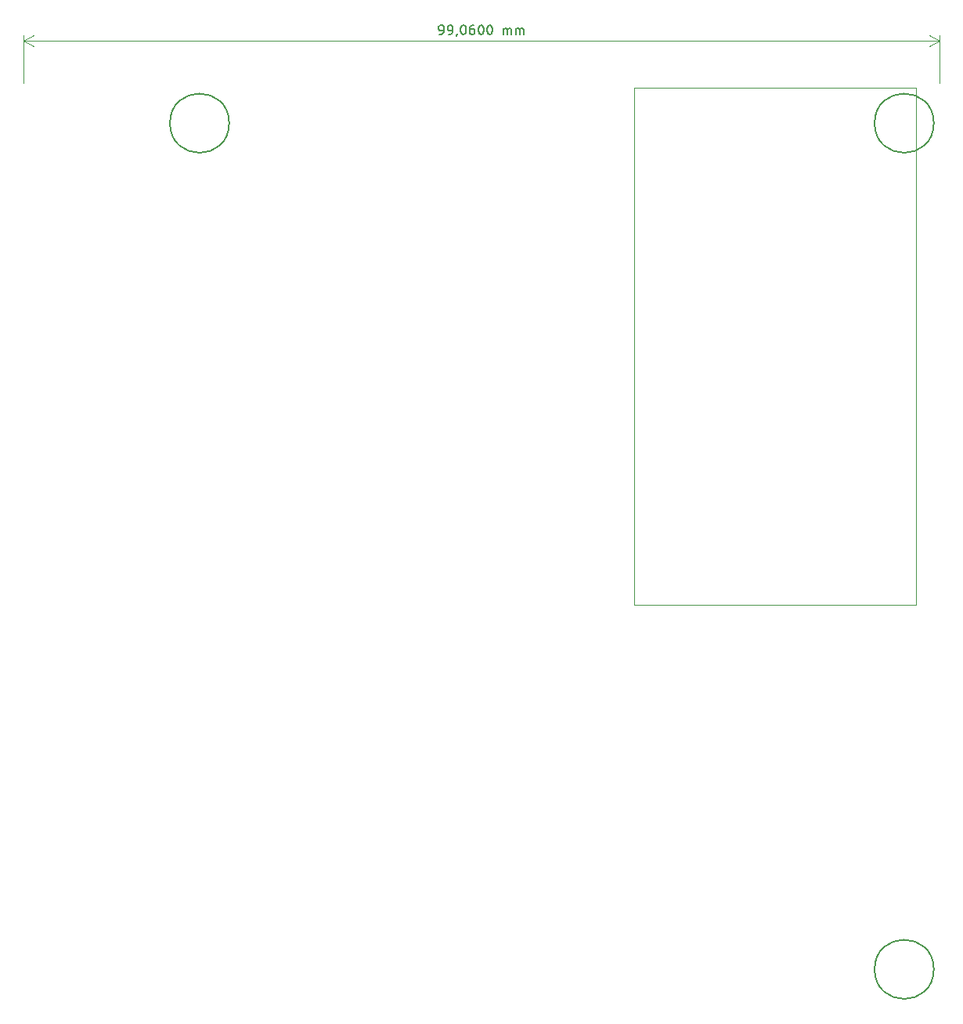
<source format=gbr>
%TF.GenerationSoftware,KiCad,Pcbnew,8.0.4-8.0.4-0~ubuntu22.04.1*%
%TF.CreationDate,2024-08-07T21:55:50+03:00*%
%TF.ProjectId,PM-RQ8,504d2d52-5138-42e6-9b69-6361645f7063,rev?*%
%TF.SameCoordinates,Original*%
%TF.FileFunction,Other,Comment*%
%FSLAX46Y46*%
G04 Gerber Fmt 4.6, Leading zero omitted, Abs format (unit mm)*
G04 Created by KiCad (PCBNEW 8.0.4-8.0.4-0~ubuntu22.04.1) date 2024-08-07 21:55:50*
%MOMM*%
%LPD*%
G01*
G04 APERTURE LIST*
%ADD10C,0.100000*%
%ADD11C,0.150000*%
G04 APERTURE END LIST*
D10*
X66040000Y0D02*
X96520000Y0D01*
X96520000Y-55880000D01*
X66040000Y-55880000D01*
X66040000Y0D01*
D11*
X45006191Y5775181D02*
X45196667Y5775181D01*
X45196667Y5775181D02*
X45291905Y5822800D01*
X45291905Y5822800D02*
X45339524Y5870420D01*
X45339524Y5870420D02*
X45434762Y6013277D01*
X45434762Y6013277D02*
X45482381Y6203753D01*
X45482381Y6203753D02*
X45482381Y6584705D01*
X45482381Y6584705D02*
X45434762Y6679943D01*
X45434762Y6679943D02*
X45387143Y6727562D01*
X45387143Y6727562D02*
X45291905Y6775181D01*
X45291905Y6775181D02*
X45101429Y6775181D01*
X45101429Y6775181D02*
X45006191Y6727562D01*
X45006191Y6727562D02*
X44958572Y6679943D01*
X44958572Y6679943D02*
X44910953Y6584705D01*
X44910953Y6584705D02*
X44910953Y6346610D01*
X44910953Y6346610D02*
X44958572Y6251372D01*
X44958572Y6251372D02*
X45006191Y6203753D01*
X45006191Y6203753D02*
X45101429Y6156134D01*
X45101429Y6156134D02*
X45291905Y6156134D01*
X45291905Y6156134D02*
X45387143Y6203753D01*
X45387143Y6203753D02*
X45434762Y6251372D01*
X45434762Y6251372D02*
X45482381Y6346610D01*
X45958572Y5775181D02*
X46149048Y5775181D01*
X46149048Y5775181D02*
X46244286Y5822800D01*
X46244286Y5822800D02*
X46291905Y5870420D01*
X46291905Y5870420D02*
X46387143Y6013277D01*
X46387143Y6013277D02*
X46434762Y6203753D01*
X46434762Y6203753D02*
X46434762Y6584705D01*
X46434762Y6584705D02*
X46387143Y6679943D01*
X46387143Y6679943D02*
X46339524Y6727562D01*
X46339524Y6727562D02*
X46244286Y6775181D01*
X46244286Y6775181D02*
X46053810Y6775181D01*
X46053810Y6775181D02*
X45958572Y6727562D01*
X45958572Y6727562D02*
X45910953Y6679943D01*
X45910953Y6679943D02*
X45863334Y6584705D01*
X45863334Y6584705D02*
X45863334Y6346610D01*
X45863334Y6346610D02*
X45910953Y6251372D01*
X45910953Y6251372D02*
X45958572Y6203753D01*
X45958572Y6203753D02*
X46053810Y6156134D01*
X46053810Y6156134D02*
X46244286Y6156134D01*
X46244286Y6156134D02*
X46339524Y6203753D01*
X46339524Y6203753D02*
X46387143Y6251372D01*
X46387143Y6251372D02*
X46434762Y6346610D01*
X46910953Y5822800D02*
X46910953Y5775181D01*
X46910953Y5775181D02*
X46863334Y5679943D01*
X46863334Y5679943D02*
X46815715Y5632324D01*
X47530000Y6775181D02*
X47625238Y6775181D01*
X47625238Y6775181D02*
X47720476Y6727562D01*
X47720476Y6727562D02*
X47768095Y6679943D01*
X47768095Y6679943D02*
X47815714Y6584705D01*
X47815714Y6584705D02*
X47863333Y6394229D01*
X47863333Y6394229D02*
X47863333Y6156134D01*
X47863333Y6156134D02*
X47815714Y5965658D01*
X47815714Y5965658D02*
X47768095Y5870420D01*
X47768095Y5870420D02*
X47720476Y5822800D01*
X47720476Y5822800D02*
X47625238Y5775181D01*
X47625238Y5775181D02*
X47530000Y5775181D01*
X47530000Y5775181D02*
X47434762Y5822800D01*
X47434762Y5822800D02*
X47387143Y5870420D01*
X47387143Y5870420D02*
X47339524Y5965658D01*
X47339524Y5965658D02*
X47291905Y6156134D01*
X47291905Y6156134D02*
X47291905Y6394229D01*
X47291905Y6394229D02*
X47339524Y6584705D01*
X47339524Y6584705D02*
X47387143Y6679943D01*
X47387143Y6679943D02*
X47434762Y6727562D01*
X47434762Y6727562D02*
X47530000Y6775181D01*
X48720476Y6775181D02*
X48530000Y6775181D01*
X48530000Y6775181D02*
X48434762Y6727562D01*
X48434762Y6727562D02*
X48387143Y6679943D01*
X48387143Y6679943D02*
X48291905Y6537086D01*
X48291905Y6537086D02*
X48244286Y6346610D01*
X48244286Y6346610D02*
X48244286Y5965658D01*
X48244286Y5965658D02*
X48291905Y5870420D01*
X48291905Y5870420D02*
X48339524Y5822800D01*
X48339524Y5822800D02*
X48434762Y5775181D01*
X48434762Y5775181D02*
X48625238Y5775181D01*
X48625238Y5775181D02*
X48720476Y5822800D01*
X48720476Y5822800D02*
X48768095Y5870420D01*
X48768095Y5870420D02*
X48815714Y5965658D01*
X48815714Y5965658D02*
X48815714Y6203753D01*
X48815714Y6203753D02*
X48768095Y6298991D01*
X48768095Y6298991D02*
X48720476Y6346610D01*
X48720476Y6346610D02*
X48625238Y6394229D01*
X48625238Y6394229D02*
X48434762Y6394229D01*
X48434762Y6394229D02*
X48339524Y6346610D01*
X48339524Y6346610D02*
X48291905Y6298991D01*
X48291905Y6298991D02*
X48244286Y6203753D01*
X49434762Y6775181D02*
X49530000Y6775181D01*
X49530000Y6775181D02*
X49625238Y6727562D01*
X49625238Y6727562D02*
X49672857Y6679943D01*
X49672857Y6679943D02*
X49720476Y6584705D01*
X49720476Y6584705D02*
X49768095Y6394229D01*
X49768095Y6394229D02*
X49768095Y6156134D01*
X49768095Y6156134D02*
X49720476Y5965658D01*
X49720476Y5965658D02*
X49672857Y5870420D01*
X49672857Y5870420D02*
X49625238Y5822800D01*
X49625238Y5822800D02*
X49530000Y5775181D01*
X49530000Y5775181D02*
X49434762Y5775181D01*
X49434762Y5775181D02*
X49339524Y5822800D01*
X49339524Y5822800D02*
X49291905Y5870420D01*
X49291905Y5870420D02*
X49244286Y5965658D01*
X49244286Y5965658D02*
X49196667Y6156134D01*
X49196667Y6156134D02*
X49196667Y6394229D01*
X49196667Y6394229D02*
X49244286Y6584705D01*
X49244286Y6584705D02*
X49291905Y6679943D01*
X49291905Y6679943D02*
X49339524Y6727562D01*
X49339524Y6727562D02*
X49434762Y6775181D01*
X50387143Y6775181D02*
X50482381Y6775181D01*
X50482381Y6775181D02*
X50577619Y6727562D01*
X50577619Y6727562D02*
X50625238Y6679943D01*
X50625238Y6679943D02*
X50672857Y6584705D01*
X50672857Y6584705D02*
X50720476Y6394229D01*
X50720476Y6394229D02*
X50720476Y6156134D01*
X50720476Y6156134D02*
X50672857Y5965658D01*
X50672857Y5965658D02*
X50625238Y5870420D01*
X50625238Y5870420D02*
X50577619Y5822800D01*
X50577619Y5822800D02*
X50482381Y5775181D01*
X50482381Y5775181D02*
X50387143Y5775181D01*
X50387143Y5775181D02*
X50291905Y5822800D01*
X50291905Y5822800D02*
X50244286Y5870420D01*
X50244286Y5870420D02*
X50196667Y5965658D01*
X50196667Y5965658D02*
X50149048Y6156134D01*
X50149048Y6156134D02*
X50149048Y6394229D01*
X50149048Y6394229D02*
X50196667Y6584705D01*
X50196667Y6584705D02*
X50244286Y6679943D01*
X50244286Y6679943D02*
X50291905Y6727562D01*
X50291905Y6727562D02*
X50387143Y6775181D01*
X51910953Y5775181D02*
X51910953Y6441848D01*
X51910953Y6346610D02*
X51958572Y6394229D01*
X51958572Y6394229D02*
X52053810Y6441848D01*
X52053810Y6441848D02*
X52196667Y6441848D01*
X52196667Y6441848D02*
X52291905Y6394229D01*
X52291905Y6394229D02*
X52339524Y6298991D01*
X52339524Y6298991D02*
X52339524Y5775181D01*
X52339524Y6298991D02*
X52387143Y6394229D01*
X52387143Y6394229D02*
X52482381Y6441848D01*
X52482381Y6441848D02*
X52625238Y6441848D01*
X52625238Y6441848D02*
X52720477Y6394229D01*
X52720477Y6394229D02*
X52768096Y6298991D01*
X52768096Y6298991D02*
X52768096Y5775181D01*
X53244286Y5775181D02*
X53244286Y6441848D01*
X53244286Y6346610D02*
X53291905Y6394229D01*
X53291905Y6394229D02*
X53387143Y6441848D01*
X53387143Y6441848D02*
X53530000Y6441848D01*
X53530000Y6441848D02*
X53625238Y6394229D01*
X53625238Y6394229D02*
X53672857Y6298991D01*
X53672857Y6298991D02*
X53672857Y5775181D01*
X53672857Y6298991D02*
X53720476Y6394229D01*
X53720476Y6394229D02*
X53815714Y6441848D01*
X53815714Y6441848D02*
X53958571Y6441848D01*
X53958571Y6441848D02*
X54053810Y6394229D01*
X54053810Y6394229D02*
X54101429Y6298991D01*
X54101429Y6298991D02*
X54101429Y5775181D01*
D10*
X0Y500000D02*
X0Y5666420D01*
X99060000Y500000D02*
X99060000Y5666420D01*
X0Y5080000D02*
X99060000Y5080000D01*
X0Y5080000D02*
X99060000Y5080000D01*
X0Y5080000D02*
X1126504Y5666421D01*
X0Y5080000D02*
X1126504Y4493579D01*
X99060000Y5080000D02*
X97933496Y4493579D01*
X99060000Y5080000D02*
X97933496Y5666421D01*
D11*
%TO.C,H3*%
X98450000Y-95250000D02*
G75*
G02*
X92050000Y-95250000I-3200000J0D01*
G01*
X92050000Y-95250000D02*
G75*
G02*
X98450000Y-95250000I3200000J0D01*
G01*
%TO.C,H1*%
X22250000Y-3810000D02*
G75*
G02*
X15850000Y-3810000I-3200000J0D01*
G01*
X15850000Y-3810000D02*
G75*
G02*
X22250000Y-3810000I3200000J0D01*
G01*
%TO.C,H2*%
X98450000Y-3810000D02*
G75*
G02*
X92050000Y-3810000I-3200000J0D01*
G01*
X92050000Y-3810000D02*
G75*
G02*
X98450000Y-3810000I3200000J0D01*
G01*
%TD*%
M02*

</source>
